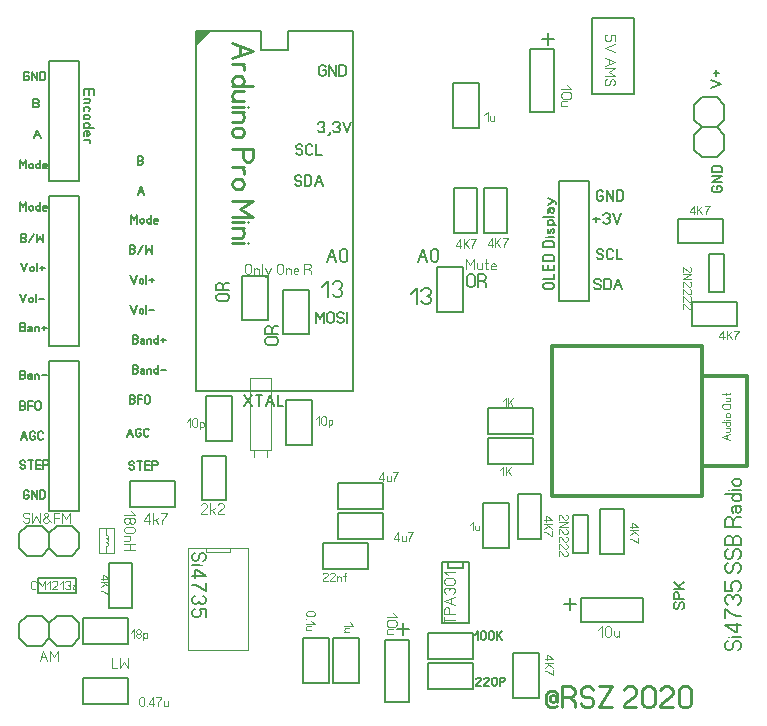
<source format=gbr>
%FSLAX34Y34*%
%MOMM*%
%LNSILK_TOP*%
G71*
G01*
%ADD10C,0.150*%
%ADD11C,0.200*%
%ADD12C,0.222*%
%ADD13C,0.206*%
%ADD14C,0.159*%
%ADD15C,0.127*%
%ADD16C,0.089*%
%ADD17C,0.300*%
%ADD18C,0.111*%
%ADD19C,0.167*%
%ADD20C,0.000*%
%ADD21C,0.133*%
%ADD22C,0.100*%
%LPD*%
G54D10*
X457200Y558800D02*
X482600Y558800D01*
X482600Y457200D01*
X457200Y457200D01*
X457200Y558800D01*
G54D10*
X54000Y116000D02*
X54000Y138000D01*
X92000Y138000D01*
X92000Y116000D01*
X54000Y116000D01*
G54D10*
X54000Y166800D02*
X54000Y188800D01*
X92000Y188800D01*
X92000Y166800D01*
X54000Y166800D01*
G54D10*
X158300Y376800D02*
X180300Y376800D01*
X180300Y338800D01*
X158300Y338800D01*
X158300Y376800D01*
G54D10*
X225600Y373100D02*
X247600Y373100D01*
X247600Y335100D01*
X225600Y335100D01*
X225600Y373100D01*
G54D10*
X269900Y281100D02*
X269900Y303100D01*
X307900Y303100D01*
X307900Y281100D01*
X269900Y281100D01*
G54D10*
X269900Y255700D02*
X269900Y277700D01*
X307900Y277700D01*
X307900Y255700D01*
X269900Y255700D01*
G54D10*
X257200Y230300D02*
X257200Y252300D01*
X295200Y252300D01*
X295200Y230300D01*
X257200Y230300D01*
G54D10*
X239800Y171400D02*
X261800Y171400D01*
X261800Y133400D01*
X239800Y133400D01*
X239800Y171400D01*
G54D10*
X265200Y171400D02*
X287200Y171400D01*
X287200Y133400D01*
X265200Y133400D01*
X265200Y171400D01*
G54D10*
X346100Y128700D02*
X346100Y150700D01*
X384100Y150700D01*
X384100Y128700D01*
X346100Y128700D01*
G54D10*
X346100Y154100D02*
X346100Y176100D01*
X384100Y176100D01*
X384100Y154100D01*
X346100Y154100D01*
G54D10*
X417600Y158700D02*
X439600Y158700D01*
X439600Y120700D01*
X417600Y120700D01*
X417600Y158700D01*
G54D10*
X392200Y285700D02*
X414200Y285700D01*
X414200Y247700D01*
X392200Y247700D01*
X392200Y285700D01*
G54D10*
X366800Y641300D02*
X388800Y641300D01*
X388800Y603300D01*
X366800Y603300D01*
X366800Y641300D01*
G54D11*
X596900Y616700D02*
X596900Y623100D01*
X590600Y629400D01*
X577800Y629400D01*
X571500Y623100D01*
X571500Y610300D01*
X577800Y604000D01*
X590600Y604000D01*
X596900Y610300D01*
X596900Y616700D01*
G54D11*
X596900Y591300D02*
X596900Y597700D01*
X590600Y604000D01*
X577800Y604000D01*
X571500Y597700D01*
X571500Y584900D01*
X577800Y578600D01*
X590600Y578600D01*
X596900Y584900D01*
X596900Y591300D01*
G54D11*
X38100Y165100D02*
X44500Y165100D01*
X50800Y171400D01*
X50800Y184200D01*
X44500Y190500D01*
X31700Y190500D01*
X25400Y184200D01*
X25400Y171400D01*
X31700Y165100D01*
X38100Y165100D01*
G54D11*
X12700Y165100D02*
X19100Y165100D01*
X25400Y171400D01*
X25400Y184200D01*
X19100Y190500D01*
X6300Y190500D01*
X0Y184200D01*
X0Y171400D01*
X6300Y165100D01*
X12700Y165100D01*
G54D11*
X38100Y241300D02*
X44500Y241300D01*
X50800Y247600D01*
X50800Y260400D01*
X44500Y266700D01*
X31700Y266700D01*
X25400Y260400D01*
X25400Y247600D01*
X31700Y241300D01*
X38100Y241300D01*
G54D11*
X12700Y241300D02*
X19100Y241300D01*
X25400Y247600D01*
X25400Y260400D01*
X19100Y266700D01*
X6300Y266700D01*
X0Y260400D01*
X0Y247600D01*
X6300Y241300D01*
X12700Y241300D01*
G54D10*
X380900Y235600D02*
X357900Y235600D01*
X357900Y184500D01*
X380900Y184500D01*
X380900Y235600D01*
G54D10*
X375900Y235600D02*
X362900Y235600D01*
X362900Y230600D01*
X375900Y230600D01*
X375900Y235600D01*
G54D10*
X154800Y326100D02*
X174800Y326100D01*
X174800Y288100D01*
X154800Y288100D01*
X154800Y326100D01*
G54D12*
X180324Y675702D02*
X198102Y669036D01*
X180324Y662369D01*
G54D12*
X186991Y673036D02*
X186991Y665036D01*
G54D12*
X180324Y657480D02*
X190324Y657480D01*
G54D12*
X188102Y657480D02*
X190324Y654814D01*
X190324Y652147D01*
G54D12*
X180324Y639258D02*
X198102Y639258D01*
G54D12*
X187435Y639258D02*
X189657Y640592D01*
X190324Y643258D01*
X189657Y645925D01*
X187435Y647258D01*
X182991Y647258D01*
X180768Y645925D01*
X180324Y643258D01*
X180768Y640592D01*
X182991Y639258D01*
G54D12*
X190324Y626370D02*
X180324Y626370D01*
G54D12*
X182546Y626369D02*
X180768Y627703D01*
X180324Y630370D01*
X180768Y633036D01*
X182546Y634370D01*
X190324Y634370D01*
G54D12*
X180324Y621480D02*
X190324Y621480D01*
G54D12*
X193657Y621480D02*
X193657Y621480D01*
G54D12*
X180324Y616592D02*
X190324Y616592D01*
G54D12*
X188102Y616592D02*
X189657Y615258D01*
X190324Y612591D01*
X189657Y609925D01*
X188102Y608592D01*
X180324Y608592D01*
G54D12*
X182991Y595702D02*
X187435Y595702D01*
X189657Y597036D01*
X190324Y599702D01*
X189657Y602369D01*
X187435Y603702D01*
X182991Y603702D01*
X180768Y602369D01*
X180324Y599702D01*
X180768Y597036D01*
X182991Y595702D01*
G54D12*
X180324Y585657D02*
X198102Y585658D01*
X198102Y578991D01*
X196991Y576324D01*
X194768Y574991D01*
X192546Y574991D01*
X190324Y576324D01*
X189213Y578991D01*
X189213Y585658D01*
G54D12*
X180324Y570101D02*
X190324Y570102D01*
G54D12*
X188102Y570101D02*
X190324Y567435D01*
X190324Y564768D01*
G54D12*
X182991Y551880D02*
X187435Y551880D01*
X189657Y553213D01*
X190324Y555880D01*
X189657Y558546D01*
X187435Y559879D01*
X182991Y559879D01*
X180768Y558546D01*
X180324Y555880D01*
X180768Y553213D01*
X182991Y551880D01*
G54D12*
X180324Y541834D02*
X198102Y541834D01*
X186991Y535168D01*
X198102Y528501D01*
X180324Y528501D01*
G54D12*
X180324Y523612D02*
X190324Y523612D01*
G54D12*
X193657Y523612D02*
X193657Y523612D01*
G54D12*
X180324Y518724D02*
X190324Y518724D01*
G54D12*
X188102Y518724D02*
X189657Y517390D01*
X190324Y514724D01*
X189657Y512057D01*
X188102Y510724D01*
X180324Y510724D01*
G54D12*
X180324Y505834D02*
X190324Y505834D01*
G54D12*
X193657Y505834D02*
X193657Y505834D01*
G54D10*
X367800Y552400D02*
X387800Y552400D01*
X387800Y514400D01*
X367800Y514400D01*
X367800Y552400D01*
G54D10*
X393200Y552400D02*
X413200Y552400D01*
X413200Y514400D01*
X393200Y514400D01*
X393200Y552400D01*
G54D13*
X148295Y244016D02*
X146851Y243149D01*
X146128Y241416D01*
X146128Y239683D01*
X146851Y237949D01*
X148295Y237083D01*
X149739Y237083D01*
X151184Y237949D01*
X151906Y239683D01*
X151906Y241416D01*
X152628Y243149D01*
X154073Y244016D01*
X155517Y244016D01*
X156962Y243149D01*
X157684Y241416D01*
X157684Y239683D01*
X156962Y237950D01*
X155517Y237083D01*
G54D13*
X146128Y233039D02*
X152628Y233039D01*
G54D13*
X154795Y233039D02*
X154795Y233039D01*
G54D13*
X146128Y223795D02*
X157684Y223795D01*
X150462Y228995D01*
X149017Y228995D01*
X149017Y222062D01*
G54D13*
X157684Y218018D02*
X157684Y211085D01*
X156239Y211951D01*
X154073Y213685D01*
X151184Y215418D01*
X149017Y216285D01*
X146128Y216285D01*
G54D13*
X155517Y207041D02*
X156962Y206174D01*
X157684Y204441D01*
X157684Y202708D01*
X156962Y200974D01*
X155517Y200108D01*
X154073Y200108D01*
X152628Y200974D01*
X151906Y202708D01*
X151184Y200974D01*
X149739Y200108D01*
X148295Y200108D01*
X146851Y200974D01*
X146128Y202708D01*
X146128Y204441D01*
X146851Y206174D01*
X148295Y207041D01*
G54D13*
X157684Y189131D02*
X157684Y196064D01*
X152628Y196064D01*
X152628Y195197D01*
X153351Y193464D01*
X153351Y191731D01*
X152628Y189997D01*
X151184Y189131D01*
X148295Y189131D01*
X146851Y189997D01*
X146128Y191731D01*
X146128Y193464D01*
X146851Y195197D01*
X148295Y196064D01*
G54D14*
X54437Y631410D02*
X54437Y636077D01*
X63326Y636077D01*
X63326Y631410D01*
G54D14*
X58881Y636077D02*
X58881Y631410D01*
G54D14*
X54437Y628299D02*
X59437Y628299D01*
G54D14*
X58326Y628299D02*
X59103Y627632D01*
X59437Y626299D01*
X59103Y624965D01*
X58326Y624299D01*
X54437Y624299D01*
G54D14*
X59103Y617854D02*
X59437Y619188D01*
X59103Y620521D01*
X57992Y621188D01*
X55770Y621188D01*
X54659Y620521D01*
X54437Y619188D01*
X54659Y617854D01*
G54D14*
X55770Y610744D02*
X57992Y610744D01*
X59103Y611410D01*
X59437Y612744D01*
X59103Y614077D01*
X57992Y614744D01*
X55770Y614744D01*
X54659Y614077D01*
X54437Y612744D01*
X54659Y611410D01*
X55770Y610744D01*
G54D14*
X54437Y603633D02*
X63326Y603633D01*
G54D14*
X57992Y603633D02*
X59103Y604300D01*
X59437Y605633D01*
X59103Y606966D01*
X57992Y607633D01*
X55770Y607633D01*
X54659Y606966D01*
X54437Y605633D01*
X54659Y604300D01*
X55770Y603633D01*
G54D14*
X54992Y596522D02*
X54437Y597588D01*
X54437Y598922D01*
X54992Y600255D01*
X56103Y600522D01*
X57992Y600522D01*
X59103Y599855D01*
X59437Y598522D01*
X59103Y597188D01*
X58326Y596522D01*
X57215Y596522D01*
X57215Y600522D01*
G54D14*
X54437Y593411D02*
X59437Y593411D01*
G54D14*
X58326Y593411D02*
X59437Y592078D01*
X59437Y590744D01*
G54D15*
X99966Y572278D02*
X99966Y579389D01*
X102633Y579389D01*
X103700Y578945D01*
X104233Y578056D01*
X104233Y577167D01*
X103700Y576278D01*
X102633Y575834D01*
X103700Y575389D01*
X104233Y574500D01*
X104233Y573611D01*
X103700Y572722D01*
X102633Y572278D01*
X99966Y572278D01*
G54D15*
X99966Y575834D02*
X102633Y575834D01*
G54D15*
X100234Y546878D02*
X102900Y553989D01*
X105567Y546878D01*
G54D15*
X101300Y549545D02*
X104500Y549545D01*
G54D15*
X94500Y522478D02*
X94500Y529589D01*
X97166Y525145D01*
X99833Y529589D01*
X99833Y522478D01*
G54D15*
X105522Y523545D02*
X105522Y525322D01*
X104988Y526211D01*
X103922Y526478D01*
X102855Y526211D01*
X102322Y525322D01*
X102322Y523545D01*
X102855Y522656D01*
X103922Y522478D01*
X104988Y522656D01*
X105522Y523545D01*
G54D15*
X111210Y522478D02*
X111210Y529589D01*
G54D15*
X111210Y525322D02*
X110677Y526211D01*
X109610Y526478D01*
X108544Y526211D01*
X108010Y525322D01*
X108010Y523545D01*
X108544Y522656D01*
X109610Y522478D01*
X110677Y522656D01*
X111210Y523545D01*
G54D15*
X116900Y522922D02*
X116046Y522478D01*
X114980Y522478D01*
X113913Y522922D01*
X113700Y523811D01*
X113700Y525322D01*
X114233Y526211D01*
X115300Y526478D01*
X116366Y526211D01*
X116900Y525589D01*
X116900Y524700D01*
X113700Y524700D01*
G54D15*
X93610Y497078D02*
X93610Y504189D01*
X96277Y504189D01*
X97344Y503745D01*
X97877Y502856D01*
X97877Y501967D01*
X97344Y501078D01*
X96277Y500634D01*
X97344Y500189D01*
X97877Y499300D01*
X97877Y498411D01*
X97344Y497522D01*
X96277Y497078D01*
X93610Y497078D01*
G54D15*
X93610Y500634D02*
X96277Y500634D01*
G54D15*
X100366Y497078D02*
X104633Y504189D01*
G54D15*
X107122Y504189D02*
X107122Y497078D01*
X109789Y501522D01*
X112456Y497078D01*
X112456Y504189D01*
G54D15*
X93955Y478789D02*
X96622Y471678D01*
X99288Y478789D01*
G54D15*
X104977Y472745D02*
X104977Y474522D01*
X104444Y475411D01*
X103377Y475678D01*
X102310Y475411D01*
X101777Y474522D01*
X101777Y472745D01*
X102310Y471856D01*
X103377Y471678D01*
X104444Y471856D01*
X104977Y472745D01*
G54D15*
X107466Y471678D02*
X107466Y478789D01*
G54D15*
X109955Y474789D02*
X114222Y474789D01*
G54D15*
X112088Y476567D02*
X112088Y473011D01*
G54D15*
X93955Y453389D02*
X96622Y446278D01*
X99288Y453389D01*
G54D15*
X104977Y447345D02*
X104977Y449122D01*
X104444Y450011D01*
X103377Y450278D01*
X102310Y450011D01*
X101777Y449122D01*
X101777Y447345D01*
X102310Y446456D01*
X103377Y446278D01*
X104444Y446456D01*
X104977Y447345D01*
G54D15*
X107466Y446278D02*
X107466Y453389D01*
G54D15*
X109955Y449389D02*
X114222Y449389D01*
G54D15*
X95900Y420878D02*
X95900Y427989D01*
X98567Y427989D01*
X99633Y427545D01*
X100167Y426656D01*
X100167Y425767D01*
X99633Y424878D01*
X98567Y424434D01*
X99633Y423989D01*
X100167Y423100D01*
X100167Y422211D01*
X99633Y421322D01*
X98567Y420878D01*
X95900Y420878D01*
G54D15*
X95900Y424434D02*
X98567Y424434D01*
G54D15*
X102656Y424434D02*
X103723Y424878D01*
X105003Y424878D01*
X105856Y423989D01*
X105856Y420878D01*
G54D15*
X105856Y422211D02*
X105323Y423100D01*
X104256Y423278D01*
X103189Y423100D01*
X102656Y422211D01*
X102869Y421322D01*
X103723Y420878D01*
X104256Y420878D01*
X104469Y420878D01*
X105323Y421322D01*
X105856Y422211D01*
G54D15*
X108345Y420878D02*
X108345Y424878D01*
G54D15*
X108345Y423989D02*
X108878Y424611D01*
X109945Y424878D01*
X111012Y424611D01*
X111545Y423989D01*
X111545Y420878D01*
G54D15*
X117234Y420878D02*
X117234Y427989D01*
G54D15*
X117234Y423722D02*
X116701Y424611D01*
X115634Y424878D01*
X114567Y424611D01*
X114034Y423722D01*
X114034Y421945D01*
X114567Y421056D01*
X115634Y420878D01*
X116701Y421056D01*
X117234Y421945D01*
G54D15*
X119723Y423989D02*
X123990Y423989D01*
G54D15*
X121856Y425767D02*
X121856Y422211D01*
G54D15*
X95900Y395478D02*
X95900Y402589D01*
X98567Y402589D01*
X99633Y402145D01*
X100167Y401256D01*
X100167Y400367D01*
X99633Y399478D01*
X98567Y399034D01*
X99633Y398589D01*
X100167Y397700D01*
X100167Y396811D01*
X99633Y395922D01*
X98567Y395478D01*
X95900Y395478D01*
G54D15*
X95900Y399034D02*
X98567Y399034D01*
G54D15*
X102656Y399034D02*
X103723Y399478D01*
X105003Y399478D01*
X105856Y398589D01*
X105856Y395478D01*
G54D15*
X105856Y396811D02*
X105323Y397700D01*
X104256Y397878D01*
X103189Y397700D01*
X102656Y396811D01*
X102869Y395922D01*
X103723Y395478D01*
X104256Y395478D01*
X104469Y395478D01*
X105323Y395922D01*
X105856Y396811D01*
G54D15*
X108345Y395478D02*
X108345Y399478D01*
G54D15*
X108345Y398589D02*
X108878Y399211D01*
X109945Y399478D01*
X111012Y399211D01*
X111545Y398589D01*
X111545Y395478D01*
G54D15*
X117234Y395478D02*
X117234Y402589D01*
G54D15*
X117234Y398322D02*
X116701Y399211D01*
X115634Y399478D01*
X114567Y399211D01*
X114034Y398322D01*
X114034Y396545D01*
X114567Y395656D01*
X115634Y395478D01*
X116701Y395656D01*
X117234Y396545D01*
G54D15*
X119723Y398589D02*
X123990Y398589D01*
G54D15*
X93210Y370078D02*
X93210Y377189D01*
X95877Y377189D01*
X96944Y376745D01*
X97477Y375856D01*
X97477Y374967D01*
X96944Y374078D01*
X95877Y373634D01*
X96944Y373189D01*
X97477Y372300D01*
X97477Y371411D01*
X96944Y370522D01*
X95877Y370078D01*
X93210Y370078D01*
G54D15*
X93210Y373634D02*
X95877Y373634D01*
G54D15*
X99966Y370078D02*
X99966Y377189D01*
X103700Y377189D01*
G54D15*
X99966Y373634D02*
X103700Y373634D01*
G54D15*
X110455Y375856D02*
X110455Y371411D01*
X109922Y370522D01*
X108855Y370078D01*
X107788Y370078D01*
X106722Y370522D01*
X106188Y371411D01*
X106188Y375856D01*
X106722Y376745D01*
X107788Y377189D01*
X108855Y377189D01*
X109922Y376745D01*
X110455Y375856D01*
G54D15*
X92899Y315611D02*
X93432Y314722D01*
X94499Y314278D01*
X95566Y314278D01*
X96632Y314722D01*
X97166Y315611D01*
X97166Y316500D01*
X96632Y317389D01*
X95566Y317834D01*
X94499Y317834D01*
X93432Y318278D01*
X92899Y319167D01*
X92899Y320056D01*
X93432Y320945D01*
X94499Y321389D01*
X95566Y321389D01*
X96632Y320945D01*
X97166Y320056D01*
G54D15*
X101788Y314278D02*
X101788Y321389D01*
G54D15*
X99655Y321389D02*
X103922Y321389D01*
G54D15*
X110144Y314278D02*
X106411Y314278D01*
X106411Y321389D01*
X110144Y321389D01*
G54D15*
X106411Y317834D02*
X110144Y317834D01*
G54D15*
X112633Y314278D02*
X112633Y321389D01*
X115300Y321389D01*
X116366Y320945D01*
X116900Y320056D01*
X116900Y319167D01*
X116366Y318278D01*
X115300Y317834D01*
X112633Y317834D01*
G54D15*
X90901Y341878D02*
X93568Y348989D01*
X96234Y341878D01*
G54D15*
X91968Y344545D02*
X95168Y344545D01*
G54D15*
X100856Y345434D02*
X102990Y345434D01*
X102990Y343211D01*
X102456Y342322D01*
X101390Y341878D01*
X100323Y341878D01*
X99256Y342322D01*
X98723Y343211D01*
X98723Y347656D01*
X99256Y348545D01*
X100323Y348989D01*
X101390Y348989D01*
X102456Y348545D01*
X102990Y347656D01*
G54D15*
X109746Y343211D02*
X109212Y342322D01*
X108146Y341878D01*
X107079Y341878D01*
X106012Y342322D01*
X105479Y343211D01*
X105479Y347656D01*
X106012Y348545D01*
X107079Y348989D01*
X108146Y348989D01*
X109212Y348545D01*
X109746Y347656D01*
G54D10*
X25400Y660400D02*
X50800Y660400D01*
X50800Y558800D01*
X25400Y558800D01*
X25400Y660400D01*
G54D14*
X234300Y582567D02*
X234967Y581456D01*
X236300Y580900D01*
X237633Y580900D01*
X238967Y581456D01*
X239633Y582567D01*
X239633Y583678D01*
X238967Y584789D01*
X237633Y585344D01*
X236300Y585344D01*
X234967Y585900D01*
X234300Y587011D01*
X234300Y588122D01*
X234967Y589233D01*
X236300Y589789D01*
X237633Y589789D01*
X238967Y589233D01*
X239633Y588122D01*
G54D14*
X248077Y582567D02*
X247411Y581456D01*
X246077Y580900D01*
X244744Y580900D01*
X243411Y581456D01*
X242744Y582567D01*
X242744Y588122D01*
X243411Y589233D01*
X244744Y589789D01*
X246077Y589789D01*
X247411Y589233D01*
X248077Y588122D01*
G54D14*
X251188Y589789D02*
X251188Y580900D01*
X255855Y580900D01*
G54D14*
X233300Y556067D02*
X233967Y554956D01*
X235300Y554400D01*
X236633Y554400D01*
X237967Y554956D01*
X238633Y556067D01*
X238633Y557178D01*
X237967Y558289D01*
X236633Y558844D01*
X235300Y558844D01*
X233967Y559400D01*
X233300Y560511D01*
X233300Y561622D01*
X233967Y562733D01*
X235300Y563289D01*
X236633Y563289D01*
X237967Y562733D01*
X238633Y561622D01*
G54D14*
X241744Y554400D02*
X241744Y563289D01*
X245077Y563289D01*
X246411Y562733D01*
X247077Y561622D01*
X247077Y556067D01*
X246411Y554956D01*
X245077Y554400D01*
X241744Y554400D01*
G54D14*
X250188Y554400D02*
X253521Y563289D01*
X256855Y554400D01*
G54D14*
X251521Y557733D02*
X255521Y557733D01*
G54D14*
X251000Y438500D02*
X251000Y447389D01*
X254333Y441833D01*
X257667Y447389D01*
X257667Y438500D01*
G54D14*
X266111Y445722D02*
X266111Y440167D01*
X265445Y439056D01*
X264111Y438500D01*
X262778Y438500D01*
X261445Y439056D01*
X260778Y440167D01*
X260778Y445722D01*
X261445Y446833D01*
X262778Y447389D01*
X264111Y447389D01*
X265445Y446833D01*
X266111Y445722D01*
G54D14*
X269222Y440167D02*
X269889Y439056D01*
X271222Y438500D01*
X272555Y438500D01*
X273889Y439056D01*
X274555Y440167D01*
X274555Y441278D01*
X273889Y442389D01*
X272555Y442944D01*
X271222Y442944D01*
X269889Y443500D01*
X269222Y444611D01*
X269222Y445722D01*
X269889Y446833D01*
X271222Y447389D01*
X272555Y447389D01*
X273889Y446833D01*
X274555Y445722D01*
G54D14*
X277666Y438500D02*
X277666Y447389D01*
G54D14*
X256667Y652144D02*
X259333Y652144D01*
X259333Y649367D01*
X258667Y648256D01*
X257333Y647700D01*
X256000Y647700D01*
X254667Y648256D01*
X254000Y649367D01*
X254000Y654922D01*
X254667Y656033D01*
X256000Y656589D01*
X257333Y656589D01*
X258667Y656033D01*
X259333Y654922D01*
G54D14*
X262444Y647700D02*
X262444Y656589D01*
X267777Y647700D01*
X267777Y656589D01*
G54D14*
X270888Y647700D02*
X270888Y656589D01*
X274221Y656589D01*
X275555Y656033D01*
X276221Y654922D01*
X276221Y649367D01*
X275555Y648256D01*
X274221Y647700D01*
X270888Y647700D01*
G54D14*
X252800Y607122D02*
X253467Y608233D01*
X254800Y608789D01*
X256133Y608789D01*
X257467Y608233D01*
X258133Y607122D01*
X258133Y606011D01*
X257467Y604900D01*
X256133Y604344D01*
X257467Y603789D01*
X258133Y602678D01*
X258133Y601567D01*
X257467Y600456D01*
X256133Y599900D01*
X254800Y599900D01*
X253467Y600456D01*
X252800Y601567D01*
G54D14*
X262577Y599900D02*
X262577Y598789D01*
X261911Y597678D01*
X261244Y597678D01*
G54D14*
X265688Y607122D02*
X266355Y608233D01*
X267688Y608789D01*
X269021Y608789D01*
X270355Y608233D01*
X271021Y607122D01*
X271021Y606011D01*
X270355Y604900D01*
X269021Y604344D01*
X270355Y603789D01*
X271021Y602678D01*
X271021Y601567D01*
X270355Y600456D01*
X269021Y599900D01*
X267688Y599900D01*
X266355Y600456D01*
X265688Y601567D01*
G54D14*
X274132Y608789D02*
X277465Y599900D01*
X280799Y608789D01*
G54D14*
X585111Y637667D02*
X594000Y641000D01*
X585111Y644333D01*
G54D14*
X590111Y647445D02*
X590111Y652778D01*
G54D14*
X587889Y650111D02*
X592333Y650111D01*
G54D14*
X590489Y551712D02*
X590489Y554378D01*
X593267Y554378D01*
X594378Y553712D01*
X594934Y552378D01*
X594934Y551045D01*
X594378Y549712D01*
X593267Y549045D01*
X587711Y549045D01*
X586600Y549712D01*
X586045Y551045D01*
X586045Y552378D01*
X586600Y553712D01*
X587711Y554378D01*
G54D14*
X594934Y557489D02*
X586045Y557489D01*
X594934Y562822D01*
X586045Y562822D01*
G54D14*
X594934Y565933D02*
X586045Y565933D01*
X586045Y569266D01*
X586600Y570600D01*
X587711Y571266D01*
X593267Y571266D01*
X594378Y570600D01*
X594934Y569266D01*
X594934Y565933D01*
G54D14*
X491467Y546244D02*
X494133Y546244D01*
X494133Y543467D01*
X493467Y542356D01*
X492133Y541800D01*
X490800Y541800D01*
X489467Y542356D01*
X488800Y543467D01*
X488800Y549022D01*
X489467Y550133D01*
X490800Y550689D01*
X492133Y550689D01*
X493467Y550133D01*
X494133Y549022D01*
G54D14*
X497244Y541800D02*
X497244Y550689D01*
X502577Y541800D01*
X502577Y550689D01*
G54D14*
X505688Y541800D02*
X505688Y550689D01*
X509021Y550689D01*
X510355Y550133D01*
X511021Y549022D01*
X511021Y543467D01*
X510355Y542356D01*
X509021Y541800D01*
X505688Y541800D01*
G54D14*
X485800Y526289D02*
X491133Y526289D01*
G54D14*
X488467Y528511D02*
X488467Y524067D01*
G54D14*
X494244Y529622D02*
X494911Y530733D01*
X496244Y531289D01*
X497577Y531289D01*
X498911Y530733D01*
X499577Y529622D01*
X499577Y528511D01*
X498911Y527400D01*
X497577Y526844D01*
X498911Y526289D01*
X499577Y525178D01*
X499577Y524067D01*
X498911Y522956D01*
X497577Y522400D01*
X496244Y522400D01*
X494911Y522956D01*
X494244Y524067D01*
G54D14*
X502688Y531289D02*
X506021Y522400D01*
X509355Y531289D01*
G54D14*
X488800Y493967D02*
X489467Y492856D01*
X490800Y492300D01*
X492133Y492300D01*
X493467Y492856D01*
X494133Y493967D01*
X494133Y495078D01*
X493467Y496189D01*
X492133Y496744D01*
X490800Y496744D01*
X489467Y497300D01*
X488800Y498411D01*
X488800Y499522D01*
X489467Y500633D01*
X490800Y501189D01*
X492133Y501189D01*
X493467Y500633D01*
X494133Y499522D01*
G54D14*
X502577Y493967D02*
X501911Y492856D01*
X500577Y492300D01*
X499244Y492300D01*
X497911Y492856D01*
X497244Y493967D01*
X497244Y499522D01*
X497911Y500633D01*
X499244Y501189D01*
X500577Y501189D01*
X501911Y500633D01*
X502577Y499522D01*
G54D14*
X505688Y501189D02*
X505688Y492300D01*
X510355Y492300D01*
G54D14*
X486800Y468567D02*
X487467Y467456D01*
X488800Y466900D01*
X490133Y466900D01*
X491467Y467456D01*
X492133Y468567D01*
X492133Y469678D01*
X491467Y470789D01*
X490133Y471344D01*
X488800Y471344D01*
X487467Y471900D01*
X486800Y473011D01*
X486800Y474122D01*
X487467Y475233D01*
X488800Y475789D01*
X490133Y475789D01*
X491467Y475233D01*
X492133Y474122D01*
G54D14*
X495244Y466900D02*
X495244Y475789D01*
X498577Y475789D01*
X499911Y475233D01*
X500577Y474122D01*
X500577Y468567D01*
X499911Y467456D01*
X498577Y466900D01*
X495244Y466900D01*
G54D14*
X503688Y466900D02*
X507021Y475789D01*
X510355Y466900D01*
G54D14*
X505021Y470233D02*
X509021Y470233D01*
G54D14*
X561262Y196497D02*
X562373Y197163D01*
X562928Y198497D01*
X562928Y199830D01*
X562373Y201163D01*
X561262Y201830D01*
X560151Y201830D01*
X559040Y201163D01*
X558484Y199830D01*
X558484Y198497D01*
X557929Y197163D01*
X556817Y196497D01*
X555706Y196497D01*
X554595Y197163D01*
X554040Y198497D01*
X554040Y199830D01*
X554595Y201163D01*
X555706Y201830D01*
G54D14*
X562928Y204941D02*
X554040Y204941D01*
X554040Y208274D01*
X554595Y209607D01*
X555706Y210274D01*
X556817Y210274D01*
X557929Y209607D01*
X558484Y208274D01*
X558484Y204941D01*
G54D14*
X562928Y213385D02*
X554040Y213385D01*
G54D14*
X560151Y213385D02*
X554040Y218718D01*
G54D14*
X558484Y215385D02*
X562928Y218718D01*
G54D14*
X445078Y472233D02*
X450633Y472233D01*
X451744Y471567D01*
X452300Y470233D01*
X452300Y468900D01*
X451744Y467567D01*
X450633Y466900D01*
X445078Y466900D01*
X443967Y467567D01*
X443411Y468900D01*
X443411Y470233D01*
X443967Y471567D01*
X445078Y472233D01*
G54D14*
X443411Y475344D02*
X452300Y475344D01*
X452300Y480011D01*
G54D14*
X452300Y487789D02*
X452300Y483122D01*
X443411Y483122D01*
X443411Y487789D01*
G54D14*
X447856Y483122D02*
X447856Y487789D01*
G54D14*
X452300Y490900D02*
X443411Y490900D01*
X443411Y494233D01*
X443967Y495567D01*
X445078Y496233D01*
X450633Y496233D01*
X451744Y495567D01*
X452300Y494233D01*
X452300Y490900D01*
G54D14*
X452300Y502588D02*
X443411Y502588D01*
X443411Y505921D01*
X443967Y507255D01*
X445078Y507921D01*
X450633Y507921D01*
X451744Y507255D01*
X452300Y505921D01*
X452300Y502588D01*
G54D14*
X452300Y511032D02*
X447300Y511032D01*
G54D14*
X445633Y511032D02*
X445633Y511032D01*
G54D14*
X451744Y514143D02*
X452300Y515476D01*
X452300Y516810D01*
X451744Y518143D01*
X450633Y518143D01*
X450078Y517476D01*
X449522Y514810D01*
X448967Y514143D01*
X447856Y514143D01*
X447300Y515476D01*
X447300Y516810D01*
X447856Y518143D01*
G54D14*
X447300Y521254D02*
X454522Y521254D01*
G54D14*
X450633Y521254D02*
X452078Y521921D01*
X452300Y523254D01*
X452078Y524587D01*
X450967Y525254D01*
X448744Y525254D01*
X447633Y524587D01*
X447300Y523254D01*
X447633Y521921D01*
X448967Y521254D01*
G54D14*
X452300Y528365D02*
X443411Y528365D01*
G54D14*
X447856Y531476D02*
X447300Y532809D01*
X447300Y534409D01*
X448411Y535476D01*
X452300Y535476D01*
G54D14*
X450633Y535476D02*
X449522Y534809D01*
X449300Y533476D01*
X449522Y532143D01*
X450633Y531476D01*
X451744Y531743D01*
X452300Y532809D01*
X452300Y533476D01*
X452300Y533743D01*
X451744Y534809D01*
X450633Y535476D01*
G54D14*
X447300Y538587D02*
X452300Y541254D01*
X447300Y543920D01*
G54D14*
X452300Y541254D02*
X453967Y540587D01*
X454522Y539920D01*
X454522Y539254D01*
G54D14*
X190500Y377189D02*
X197167Y368300D01*
G54D14*
X190500Y368300D02*
X197167Y377189D01*
G54D14*
X202945Y368300D02*
X202945Y377189D01*
G54D14*
X200278Y377189D02*
X205611Y377189D01*
G54D14*
X208722Y368300D02*
X212055Y377189D01*
X215389Y368300D01*
G54D14*
X210055Y371633D02*
X214055Y371633D01*
G54D14*
X218500Y377189D02*
X218500Y368300D01*
X223167Y368300D01*
G54D15*
X390767Y131000D02*
X386500Y131000D01*
X386500Y131444D01*
X387033Y132333D01*
X390233Y135000D01*
X390767Y135889D01*
X390767Y136778D01*
X390233Y137667D01*
X389167Y138111D01*
X388100Y138111D01*
X387033Y137667D01*
X386500Y136778D01*
G54D15*
X397523Y131000D02*
X393256Y131000D01*
X393256Y131444D01*
X393789Y132333D01*
X396989Y135000D01*
X397523Y135889D01*
X397523Y136778D01*
X396989Y137667D01*
X395923Y138111D01*
X394856Y138111D01*
X393789Y137667D01*
X393256Y136778D01*
G54D15*
X404279Y136778D02*
X404279Y132333D01*
X403745Y131444D01*
X402679Y131000D01*
X401612Y131000D01*
X400545Y131444D01*
X400012Y132333D01*
X400012Y136778D01*
X400545Y137667D01*
X401612Y138111D01*
X402679Y138111D01*
X403745Y137667D01*
X404279Y136778D01*
G54D15*
X406768Y131000D02*
X406768Y138111D01*
X409435Y138111D01*
X410501Y137667D01*
X411035Y136778D01*
X411035Y135889D01*
X410501Y135000D01*
X409435Y134556D01*
X406768Y134556D01*
G54D15*
X385500Y174544D02*
X388167Y177211D01*
X388167Y170100D01*
G54D15*
X394923Y175878D02*
X394923Y171433D01*
X394389Y170544D01*
X393323Y170100D01*
X392256Y170100D01*
X391189Y170544D01*
X390656Y171433D01*
X390656Y175878D01*
X391189Y176767D01*
X392256Y177211D01*
X393323Y177211D01*
X394389Y176767D01*
X394923Y175878D01*
G54D15*
X401679Y175878D02*
X401679Y171433D01*
X401145Y170544D01*
X400079Y170100D01*
X399012Y170100D01*
X397945Y170544D01*
X397412Y171433D01*
X397412Y175878D01*
X397945Y176767D01*
X399012Y177211D01*
X400079Y177211D01*
X401145Y176767D01*
X401679Y175878D01*
G54D15*
X404168Y170100D02*
X404168Y177211D01*
G54D15*
X404168Y172322D02*
X408435Y177211D01*
G54D15*
X405768Y173656D02*
X408435Y170100D01*
G54D10*
X396900Y344600D02*
X396900Y366600D01*
X434900Y366600D01*
X434900Y344600D01*
X396900Y344600D01*
G54D10*
X396900Y319200D02*
X396900Y341200D01*
X434900Y341200D01*
X434900Y319200D01*
X396900Y319200D01*
G54D16*
X409000Y372044D02*
X411667Y374711D01*
X411667Y367600D01*
G54D16*
X413623Y367600D02*
X413623Y374711D01*
G54D16*
X413623Y369822D02*
X417890Y374711D01*
G54D16*
X415223Y371156D02*
X417890Y367600D01*
G54D16*
X407000Y313944D02*
X409667Y316611D01*
X409667Y309500D01*
G54D16*
X411623Y309500D02*
X411623Y316611D01*
G54D16*
X411623Y311722D02*
X415890Y316611D01*
G54D16*
X413223Y313056D02*
X415890Y309500D01*
G54D16*
X279521Y184786D02*
X282188Y182120D01*
X275077Y182120D01*
G54D16*
X279077Y176963D02*
X275077Y176963D01*
G54D16*
X275965Y176963D02*
X275254Y177497D01*
X275077Y178563D01*
X275254Y179630D01*
X275965Y180163D01*
X279077Y180163D01*
G54D16*
X444672Y153839D02*
X451783Y153839D01*
X447339Y157039D01*
X446450Y157039D01*
X446450Y152772D01*
G54D16*
X444672Y150816D02*
X451783Y150816D01*
G54D16*
X446895Y150816D02*
X451783Y146549D01*
G54D16*
X448228Y149216D02*
X444672Y146549D01*
G54D16*
X451783Y144593D02*
X451783Y140326D01*
X450895Y140859D01*
X449561Y141926D01*
X447783Y142993D01*
X446450Y143526D01*
X444672Y143526D01*
G54D16*
X393700Y614044D02*
X396367Y616711D01*
X396367Y609600D01*
G54D16*
X401523Y613600D02*
X401523Y609600D01*
G54D16*
X401523Y610489D02*
X400990Y609778D01*
X399923Y609600D01*
X398856Y609778D01*
X398323Y610489D01*
X398323Y613600D01*
G54D16*
X373000Y502100D02*
X373000Y509211D01*
X369800Y504767D01*
X369800Y503878D01*
X374067Y503878D01*
G54D16*
X376023Y502100D02*
X376023Y509211D01*
G54D16*
X376023Y504322D02*
X380290Y509211D01*
G54D16*
X377623Y505656D02*
X380290Y502100D01*
G54D16*
X382246Y509211D02*
X386513Y509211D01*
X385979Y508322D01*
X384913Y506989D01*
X383846Y505211D01*
X383313Y503878D01*
X383313Y502100D01*
G54D16*
X399900Y502800D02*
X399900Y509911D01*
X396700Y505467D01*
X396700Y504578D01*
X400967Y504578D01*
G54D16*
X402923Y502800D02*
X402923Y509911D01*
G54D16*
X402923Y505022D02*
X407190Y509911D01*
G54D16*
X404523Y506356D02*
X407190Y502800D01*
G54D16*
X409146Y509911D02*
X413413Y509911D01*
X412879Y509022D01*
X411813Y507689D01*
X410746Y505911D01*
X410213Y504578D01*
X410213Y502800D01*
G54D16*
X308000Y304800D02*
X308000Y311911D01*
X304800Y307467D01*
X304800Y306578D01*
X309067Y306578D01*
G54D16*
X314223Y308800D02*
X314223Y304800D01*
G54D16*
X314223Y305689D02*
X313690Y304978D01*
X312623Y304800D01*
X311556Y304978D01*
X311023Y305689D01*
X311023Y308800D01*
G54D16*
X316179Y311911D02*
X320446Y311911D01*
X319912Y311022D01*
X318846Y309689D01*
X317779Y307911D01*
X317246Y306578D01*
X317246Y304800D01*
G54D16*
X320700Y254000D02*
X320700Y261111D01*
X317500Y256667D01*
X317500Y255778D01*
X321767Y255778D01*
G54D16*
X326923Y258000D02*
X326923Y254000D01*
G54D16*
X326923Y254889D02*
X326390Y254178D01*
X325323Y254000D01*
X324256Y254178D01*
X323723Y254889D01*
X323723Y258000D01*
G54D16*
X328879Y261111D02*
X333146Y261111D01*
X332612Y260222D01*
X331546Y258889D01*
X330479Y257111D01*
X329946Y255778D01*
X329946Y254000D01*
G54D16*
X260967Y219900D02*
X256700Y219900D01*
X256700Y220344D01*
X257233Y221233D01*
X260433Y223900D01*
X260967Y224789D01*
X260967Y225678D01*
X260433Y226567D01*
X259367Y227011D01*
X258300Y227011D01*
X257233Y226567D01*
X256700Y225678D01*
G54D16*
X267190Y219900D02*
X262923Y219900D01*
X262923Y220344D01*
X263456Y221233D01*
X266656Y223900D01*
X267190Y224789D01*
X267190Y225678D01*
X266656Y226567D01*
X265590Y227011D01*
X264523Y227011D01*
X263456Y226567D01*
X262923Y225678D01*
G54D16*
X269146Y219900D02*
X269146Y223900D01*
G54D16*
X269146Y223011D02*
X269679Y223633D01*
X270746Y223900D01*
X271813Y223633D01*
X272346Y223011D01*
X272346Y219900D01*
G54D16*
X275369Y219900D02*
X275369Y226567D01*
X275902Y227011D01*
X276435Y226744D01*
G54D16*
X274302Y223900D02*
X276435Y223900D01*
G54D16*
X248546Y189955D02*
X244101Y189955D01*
X243212Y190488D01*
X242768Y191555D01*
X242768Y192622D01*
X243212Y193688D01*
X244101Y194222D01*
X248546Y194222D01*
X249435Y193688D01*
X249879Y192622D01*
X249879Y191555D01*
X249435Y190488D01*
X248546Y189955D01*
G54D16*
X242768Y187999D02*
X242768Y187999D01*
G54D16*
X247212Y186043D02*
X249879Y183376D01*
X242768Y183376D01*
G54D16*
X246768Y178220D02*
X242768Y178220D01*
G54D16*
X243657Y178220D02*
X242946Y178753D01*
X242768Y179820D01*
X242946Y180886D01*
X243657Y181420D01*
X246768Y181420D01*
G54D16*
X94100Y176244D02*
X96767Y178911D01*
X96767Y171800D01*
G54D16*
X101390Y175356D02*
X100323Y175356D01*
X99256Y175800D01*
X98723Y176689D01*
X98723Y177578D01*
X99256Y178467D01*
X100323Y178911D01*
X101390Y178911D01*
X102456Y178467D01*
X102990Y177578D01*
X102990Y176689D01*
X102456Y175800D01*
X101390Y175356D01*
X102456Y174911D01*
X102990Y174022D01*
X102990Y173133D01*
X102456Y172244D01*
X101390Y171800D01*
X100323Y171800D01*
X99256Y172244D01*
X98723Y173133D01*
X98723Y174022D01*
X99256Y174911D01*
X100323Y175356D01*
G54D16*
X104946Y175800D02*
X104946Y170022D01*
G54D16*
X104946Y173133D02*
X105479Y171978D01*
X106546Y171800D01*
X107613Y171978D01*
X108146Y172867D01*
X108146Y174644D01*
X107613Y175533D01*
X106546Y175800D01*
X105479Y175533D01*
X104946Y174467D01*
G54D16*
X105867Y120078D02*
X105867Y115633D01*
X105333Y114744D01*
X104267Y114300D01*
X103200Y114300D01*
X102133Y114744D01*
X101600Y115633D01*
X101600Y120078D01*
X102133Y120967D01*
X103200Y121411D01*
X104267Y121411D01*
X105333Y120967D01*
X105867Y120078D01*
G54D16*
X107823Y114300D02*
X107823Y114300D01*
G54D16*
X112979Y114300D02*
X112979Y121411D01*
X109779Y116967D01*
X109779Y116078D01*
X114046Y116078D01*
G54D16*
X116002Y121411D02*
X120269Y121411D01*
X119735Y120522D01*
X118669Y119189D01*
X117602Y117411D01*
X117069Y116078D01*
X117069Y114300D01*
G54D16*
X125425Y118300D02*
X125425Y114300D01*
G54D16*
X125425Y115189D02*
X124892Y114478D01*
X123825Y114300D01*
X122758Y114478D01*
X122225Y115189D01*
X122225Y118300D01*
G54D16*
X381100Y267144D02*
X383767Y269811D01*
X383767Y262700D01*
G54D16*
X388923Y266700D02*
X388923Y262700D01*
G54D16*
X388923Y263589D02*
X388390Y262878D01*
X387323Y262700D01*
X386256Y262878D01*
X385723Y263589D01*
X385723Y266700D01*
G54D16*
X250900Y356744D02*
X253567Y359411D01*
X253567Y352300D01*
G54D16*
X259790Y358078D02*
X259790Y353633D01*
X259256Y352744D01*
X258190Y352300D01*
X257123Y352300D01*
X256056Y352744D01*
X255523Y353633D01*
X255523Y358078D01*
X256056Y358967D01*
X257123Y359411D01*
X258190Y359411D01*
X259256Y358967D01*
X259790Y358078D01*
G54D16*
X261746Y356300D02*
X261746Y350522D01*
G54D16*
X261746Y353633D02*
X262279Y352478D01*
X263346Y352300D01*
X264413Y352478D01*
X264946Y353367D01*
X264946Y355144D01*
X264413Y356033D01*
X263346Y356300D01*
X262279Y356033D01*
X261746Y354967D01*
G54D16*
X141854Y354844D02*
X144521Y357511D01*
X144521Y350400D01*
G54D16*
X150744Y356178D02*
X150744Y351733D01*
X150210Y350844D01*
X149144Y350400D01*
X148077Y350400D01*
X147010Y350844D01*
X146477Y351733D01*
X146477Y356178D01*
X147010Y357067D01*
X148077Y357511D01*
X149144Y357511D01*
X150210Y357067D01*
X150744Y356178D01*
G54D16*
X152700Y354400D02*
X152700Y348622D01*
G54D16*
X152700Y351733D02*
X153233Y350578D01*
X154300Y350400D01*
X155367Y350578D01*
X155900Y351467D01*
X155900Y353244D01*
X155367Y354133D01*
X154300Y354400D01*
X153233Y354133D01*
X152700Y353067D01*
G54D10*
X282600Y685800D02*
X227000Y685800D01*
X227000Y669900D01*
X204800Y669900D01*
X204800Y685800D01*
X149200Y685800D01*
X149200Y381000D01*
X282600Y381000D01*
X282600Y685800D01*
G36*
X149200Y685900D02*
X161900Y685900D01*
X149200Y673100D01*
X149200Y685900D01*
G37*
G54D10*
X25400Y546100D02*
X50800Y546100D01*
X50800Y419100D01*
X25400Y419100D01*
X25400Y546100D01*
G54D10*
X50800Y279400D02*
X25400Y279400D01*
X25400Y406400D01*
X50800Y406400D01*
X50800Y279400D01*
G54D17*
X577800Y292100D02*
X577800Y419100D01*
X450800Y419100D01*
X450800Y292100D01*
X577800Y292100D01*
G54D17*
X577800Y393700D02*
X615900Y393700D01*
X615900Y317500D01*
X577800Y317500D01*
G54D10*
X309139Y170107D02*
X329539Y170107D01*
X329539Y117307D01*
X309139Y117307D01*
X309139Y170107D01*
G54D10*
X324439Y184107D02*
X324439Y173907D01*
G54D10*
X329539Y179007D02*
X319339Y179007D01*
G54D18*
X316449Y192491D02*
X319782Y189158D01*
X310893Y189158D01*
G54D18*
X318116Y181381D02*
X312560Y181381D01*
X311449Y182048D01*
X310893Y183381D01*
X310893Y184714D01*
X311449Y186048D01*
X312560Y186714D01*
X318116Y186714D01*
X319227Y186048D01*
X319782Y184714D01*
X319782Y183381D01*
X319227Y182048D01*
X318116Y181381D01*
G54D18*
X315893Y174937D02*
X310893Y174937D01*
G54D18*
X312004Y174937D02*
X311116Y175604D01*
X310893Y176937D01*
X311116Y178270D01*
X312004Y178937D01*
X315893Y178937D01*
G54D10*
X485034Y631815D02*
X520034Y631815D01*
X520034Y696815D01*
X485034Y696815D01*
X485034Y631815D01*
G54D10*
X432339Y670107D02*
X452739Y670107D01*
X452739Y617307D01*
X432339Y617307D01*
X432339Y670107D01*
G54D10*
X447639Y684107D02*
X447639Y673907D01*
G54D10*
X452739Y679007D02*
X442539Y679007D01*
G54D18*
X504354Y677131D02*
X504354Y682464D01*
X500465Y682464D01*
X500465Y681797D01*
X501021Y680464D01*
X501021Y679131D01*
X500465Y677797D01*
X499354Y677131D01*
X497132Y677131D01*
X496021Y677797D01*
X495465Y679131D01*
X495465Y680464D01*
X496021Y681797D01*
X497132Y682464D01*
G54D18*
X504354Y674687D02*
X495465Y671354D01*
X504354Y668020D01*
G54D18*
X495465Y662999D02*
X504354Y659666D01*
X495465Y656332D01*
G54D18*
X498799Y661666D02*
X498799Y657666D01*
G54D18*
X495465Y653888D02*
X504354Y653888D01*
X498799Y650555D01*
X504354Y647221D01*
X495465Y647221D01*
G54D18*
X497132Y644777D02*
X496021Y644110D01*
X495465Y642777D01*
X495465Y641444D01*
X496021Y640110D01*
X497132Y639444D01*
X498243Y639444D01*
X499354Y640110D01*
X499910Y641444D01*
X499910Y642777D01*
X500465Y644110D01*
X501576Y644777D01*
X502687Y644777D01*
X503799Y644110D01*
X504354Y642777D01*
X504354Y641444D01*
X503799Y640110D01*
X502687Y639444D01*
G54D18*
X463949Y639491D02*
X467282Y636157D01*
X458393Y636157D01*
G54D18*
X465615Y628380D02*
X460060Y628380D01*
X458949Y629047D01*
X458393Y630380D01*
X458393Y631714D01*
X458949Y633047D01*
X460060Y633714D01*
X465615Y633714D01*
X466727Y633047D01*
X467282Y631714D01*
X467282Y630380D01*
X466727Y629047D01*
X465615Y628380D01*
G54D18*
X463393Y621937D02*
X458393Y621937D01*
G54D18*
X459504Y621937D02*
X458615Y622603D01*
X458393Y623937D01*
X458615Y625270D01*
X459504Y625937D01*
X463393Y625937D01*
G54D18*
X109500Y268400D02*
X109500Y277289D01*
X105500Y271733D01*
X105500Y270622D01*
X110833Y270622D01*
G54D18*
X113277Y268400D02*
X113277Y277289D01*
G54D18*
X115277Y271733D02*
X117277Y268400D01*
G54D18*
X113277Y270622D02*
X117277Y273400D01*
G54D18*
X119721Y277289D02*
X125054Y277289D01*
X124388Y276178D01*
X123054Y274511D01*
X121721Y272289D01*
X121054Y270622D01*
X121054Y268400D01*
G54D18*
X94456Y279400D02*
X97789Y276067D01*
X88900Y276067D01*
G54D18*
X93344Y270290D02*
X93344Y271623D01*
X93900Y272956D01*
X95011Y273623D01*
X96122Y273623D01*
X97233Y272956D01*
X97789Y271623D01*
X97789Y270290D01*
X97233Y268956D01*
X96122Y268290D01*
X95011Y268290D01*
X93900Y268956D01*
X93344Y270290D01*
X92789Y268956D01*
X91678Y268290D01*
X90567Y268290D01*
X89456Y268956D01*
X88900Y270290D01*
X88900Y271623D01*
X89456Y272956D01*
X90567Y273623D01*
X91678Y273623D01*
X92789Y272956D01*
X93344Y271623D01*
G54D18*
X96122Y260513D02*
X90567Y260513D01*
X89456Y261179D01*
X88900Y262513D01*
X88900Y263846D01*
X89456Y265179D01*
X90567Y265846D01*
X96122Y265846D01*
X97233Y265179D01*
X97789Y263846D01*
X97789Y262513D01*
X97233Y261179D01*
X96122Y260513D01*
G54D18*
X88900Y258069D02*
X93900Y258069D01*
G54D18*
X92789Y258069D02*
X93567Y257402D01*
X93900Y256069D01*
X93567Y254736D01*
X92789Y254069D01*
X88900Y254069D01*
G54D18*
X88900Y251625D02*
X97789Y251625D01*
G54D18*
X88900Y246292D02*
X97789Y246292D01*
G54D18*
X93344Y251625D02*
X93344Y246292D01*
G54D19*
X608429Y161207D02*
X610096Y162207D01*
X610929Y164207D01*
X610929Y166207D01*
X610096Y168207D01*
X608429Y169207D01*
X606763Y169207D01*
X605096Y168207D01*
X604263Y166207D01*
X604263Y164207D01*
X603429Y162207D01*
X601763Y161207D01*
X600096Y161207D01*
X598429Y162207D01*
X597596Y164207D01*
X597596Y166207D01*
X598429Y168207D01*
X600096Y169207D01*
G54D19*
X610929Y172874D02*
X603429Y172874D01*
G54D19*
X600929Y172874D02*
X600929Y172874D01*
G54D19*
X610929Y182541D02*
X597596Y182541D01*
X605929Y176541D01*
X607596Y176541D01*
X607596Y184541D01*
G54D19*
X597596Y188208D02*
X597596Y196208D01*
X599263Y195208D01*
X601763Y193208D01*
X605096Y191208D01*
X607596Y190208D01*
X610929Y190208D01*
G54D19*
X600096Y199875D02*
X598429Y200875D01*
X597596Y202875D01*
X597596Y204875D01*
X598429Y206875D01*
X600096Y207875D01*
X601763Y207875D01*
X603429Y206875D01*
X604263Y204875D01*
X605096Y206875D01*
X606763Y207875D01*
X608429Y207875D01*
X610096Y206875D01*
X610929Y204875D01*
X610929Y202875D01*
X610096Y200875D01*
X608429Y199875D01*
G54D19*
X597596Y219542D02*
X597596Y211542D01*
X603429Y211542D01*
X603429Y212542D01*
X602596Y214542D01*
X602596Y216542D01*
X603429Y218542D01*
X605096Y219542D01*
X608429Y219542D01*
X610096Y218542D01*
X610929Y216542D01*
X610929Y214542D01*
X610096Y212542D01*
X608429Y211542D01*
G54D19*
X608429Y227076D02*
X610096Y228076D01*
X610929Y230076D01*
X610929Y232076D01*
X610096Y234076D01*
X608429Y235076D01*
X606763Y235076D01*
X605096Y234076D01*
X604263Y232076D01*
X604263Y230076D01*
X603429Y228076D01*
X601763Y227076D01*
X600096Y227076D01*
X598429Y228076D01*
X597596Y230076D01*
X597596Y232076D01*
X598429Y234076D01*
X600096Y235076D01*
G54D19*
X608429Y238743D02*
X610096Y239743D01*
X610929Y241743D01*
X610929Y243743D01*
X610096Y245743D01*
X608429Y246743D01*
X606763Y246743D01*
X605096Y245743D01*
X604263Y243743D01*
X604263Y241743D01*
X603429Y239743D01*
X601763Y238743D01*
X600096Y238743D01*
X598429Y239743D01*
X597596Y241743D01*
X597596Y243743D01*
X598429Y245743D01*
X600096Y246743D01*
G54D19*
X610929Y250410D02*
X597596Y250410D01*
X597596Y255410D01*
X598429Y257410D01*
X600096Y258410D01*
X601763Y258410D01*
X603429Y257410D01*
X604263Y255410D01*
X605096Y257410D01*
X606763Y258410D01*
X608429Y258410D01*
X610096Y257410D01*
X610929Y255410D01*
X610929Y250410D01*
G54D19*
X604263Y250410D02*
X604263Y255410D01*
G54D19*
X604263Y269944D02*
X605929Y272944D01*
X607596Y273944D01*
X610929Y273944D01*
G54D19*
X610929Y265944D02*
X597596Y265944D01*
X597596Y270944D01*
X598429Y272944D01*
X600096Y273944D01*
X601763Y273944D01*
X603429Y272944D01*
X604263Y270944D01*
X604263Y265944D01*
G54D19*
X604263Y277611D02*
X603429Y279611D01*
X603429Y282011D01*
X605096Y283611D01*
X610929Y283611D01*
G54D19*
X608429Y283611D02*
X606763Y282611D01*
X606429Y280611D01*
X606763Y278611D01*
X608429Y277611D01*
X610096Y278011D01*
X610929Y279611D01*
X610929Y280611D01*
X610929Y281011D01*
X610096Y282611D01*
X608429Y283611D01*
G54D19*
X610929Y293278D02*
X597596Y293278D01*
G54D19*
X605596Y293278D02*
X603929Y292278D01*
X603429Y290278D01*
X603929Y288278D01*
X605596Y287278D01*
X608929Y287278D01*
X610596Y288278D01*
X610929Y290278D01*
X610596Y292278D01*
X608929Y293278D01*
G54D19*
X610929Y296945D02*
X603429Y296945D01*
G54D19*
X600929Y296945D02*
X600929Y296945D01*
G54D19*
X608929Y306612D02*
X605596Y306612D01*
X603929Y305612D01*
X603429Y303612D01*
X603929Y301612D01*
X605596Y300612D01*
X608929Y300612D01*
X610596Y301612D01*
X610929Y303612D01*
X610596Y305612D01*
X608929Y306612D01*
G54D20*
X80000Y243300D02*
X80000Y264400D01*
X67100Y264400D01*
X67100Y243300D01*
X80000Y243300D01*
G54D20*
X73400Y243300D02*
X73400Y249600D01*
G54D20*
X73400Y259100D02*
X73400Y264500D01*
G54D20*
X73300Y249600D02*
X74200Y249600D01*
X74600Y250000D01*
X74600Y250100D01*
X75100Y250600D01*
X75100Y251000D01*
X75100Y251500D01*
X74800Y251800D01*
X74800Y252100D01*
X74400Y252500D01*
X74200Y252500D01*
X73800Y252900D01*
X73400Y252900D01*
X73300Y253000D01*
X73800Y253000D01*
X74000Y253200D01*
X74400Y253200D01*
X74700Y253500D01*
X74700Y253700D01*
X75000Y254000D01*
X75000Y254300D01*
X75000Y254800D01*
X74600Y255200D01*
X74600Y255300D01*
X74200Y255700D01*
X74000Y255700D01*
X73700Y256000D01*
X73400Y256000D01*
X74000Y256000D01*
X74300Y256300D01*
X74400Y256300D01*
X74600Y256500D01*
X74800Y256700D01*
X74800Y256800D01*
X74800Y257000D01*
X75000Y257200D01*
X75000Y257700D01*
X75000Y257800D01*
X74600Y258200D01*
X74200Y258600D01*
X74100Y258600D01*
X73800Y258900D01*
X73400Y258900D01*
X73400Y259200D01*
G54D10*
X95700Y196900D02*
X75700Y196900D01*
X75700Y234900D01*
X95700Y234900D01*
X95700Y196900D01*
G54D10*
X188100Y478500D02*
X210100Y478500D01*
X210100Y440500D01*
X188100Y440500D01*
X188100Y478500D01*
G54D10*
X223300Y466700D02*
X245300Y466700D01*
X245300Y428700D01*
X223300Y428700D01*
X223300Y466700D01*
G54D21*
X210178Y426445D02*
X216844Y426445D01*
X218178Y425645D01*
X218844Y424045D01*
X218844Y422445D01*
X218178Y420845D01*
X216844Y420045D01*
X210178Y420045D01*
X208844Y420845D01*
X208178Y422445D01*
X208178Y424045D01*
X208844Y425645D01*
X210178Y426445D01*
G54D21*
X213511Y432578D02*
X214844Y434978D01*
X216178Y435778D01*
X218844Y435778D01*
G54D21*
X218844Y429378D02*
X208178Y429378D01*
X208178Y433378D01*
X208844Y434978D01*
X210178Y435778D01*
X211511Y435778D01*
X212844Y434978D01*
X213511Y433378D01*
X213511Y429378D01*
G54D21*
X168678Y463245D02*
X175344Y463245D01*
X176678Y462445D01*
X177344Y460845D01*
X177344Y459245D01*
X176678Y457645D01*
X175344Y456845D01*
X168678Y456845D01*
X167344Y457645D01*
X166678Y459245D01*
X166678Y460845D01*
X167344Y462445D01*
X168678Y463245D01*
G54D21*
X172011Y469378D02*
X173344Y471778D01*
X174678Y472578D01*
X177344Y472578D01*
G54D21*
X177344Y466178D02*
X166678Y466178D01*
X166678Y470178D01*
X167344Y471778D01*
X168678Y472578D01*
X170011Y472578D01*
X171344Y471778D01*
X172011Y470178D01*
X172011Y466178D01*
G54D18*
X368511Y187030D02*
X359622Y187030D01*
G54D18*
X359622Y184364D02*
X359622Y189697D01*
G54D18*
X368511Y192140D02*
X359622Y192140D01*
X359622Y195474D01*
X360178Y196807D01*
X361289Y197474D01*
X362400Y197474D01*
X363511Y196807D01*
X364067Y195474D01*
X364067Y192140D01*
G54D18*
X368511Y199918D02*
X359622Y203251D01*
X368511Y206584D01*
G54D18*
X365178Y201251D02*
X365178Y205251D01*
G54D18*
X361289Y209028D02*
X360178Y209695D01*
X359622Y211028D01*
X359622Y212362D01*
X360178Y213695D01*
X361289Y214362D01*
X362400Y214362D01*
X363511Y213695D01*
X364067Y212362D01*
X364622Y213695D01*
X365733Y214362D01*
X366844Y214362D01*
X367955Y213695D01*
X368511Y212362D01*
X368511Y211028D01*
X367955Y209695D01*
X366844Y209028D01*
G54D18*
X361289Y222139D02*
X366844Y222139D01*
X367955Y221472D01*
X368511Y220139D01*
X368511Y218806D01*
X367955Y217472D01*
X366844Y216806D01*
X361289Y216806D01*
X360178Y217472D01*
X359622Y218806D01*
X359622Y220139D01*
X360178Y221472D01*
X361289Y222139D01*
G54D18*
X362955Y224582D02*
X359622Y227916D01*
X368511Y227916D01*
G54D16*
X68672Y221839D02*
X75783Y221839D01*
X71339Y225039D01*
X70450Y225039D01*
X70450Y220772D01*
G54D16*
X68672Y218816D02*
X75783Y218816D01*
G54D16*
X70895Y218816D02*
X75783Y214549D01*
G54D16*
X72228Y217216D02*
X68672Y214549D01*
G54D16*
X75783Y212593D02*
X75783Y208326D01*
X74895Y208859D01*
X73561Y209926D01*
X71783Y210993D01*
X70450Y211526D01*
X68672Y211526D01*
G54D10*
X93900Y282600D02*
X93900Y304600D01*
X131900Y304600D01*
X131900Y282600D01*
X93900Y282600D01*
G54D18*
X196210Y486999D02*
X196210Y481443D01*
X195543Y480332D01*
X194210Y479776D01*
X192877Y479776D01*
X191543Y480332D01*
X190877Y481443D01*
X190877Y486999D01*
X191543Y488110D01*
X192877Y488665D01*
X194210Y488665D01*
X195543Y488110D01*
X196210Y486999D01*
G54D18*
X198654Y479776D02*
X198654Y484776D01*
G54D18*
X198654Y483665D02*
X199320Y484443D01*
X200654Y484776D01*
X201987Y484443D01*
X202654Y483665D01*
X202654Y479776D01*
G54D18*
X205098Y479776D02*
X205098Y488665D01*
G54D18*
X207542Y484776D02*
X210208Y479776D01*
X212875Y484776D01*
G54D18*
X210208Y479776D02*
X209542Y478110D01*
X208875Y477554D01*
X208208Y477554D01*
G54D18*
X223229Y486999D02*
X223229Y481443D01*
X222562Y480332D01*
X221229Y479776D01*
X219896Y479776D01*
X218562Y480332D01*
X217896Y481443D01*
X217896Y486999D01*
X218562Y488110D01*
X219896Y488665D01*
X221229Y488665D01*
X222562Y488110D01*
X223229Y486999D01*
G54D18*
X225673Y479776D02*
X225673Y484776D01*
G54D18*
X225673Y483665D02*
X226339Y484443D01*
X227673Y484776D01*
X229006Y484443D01*
X229673Y483665D01*
X229673Y479776D01*
G54D18*
X236117Y480332D02*
X235050Y479776D01*
X233717Y479776D01*
X232383Y480332D01*
X232117Y481443D01*
X232117Y483332D01*
X232783Y484443D01*
X234117Y484776D01*
X235450Y484443D01*
X236117Y483665D01*
X236117Y482554D01*
X232117Y482554D01*
G54D18*
X243804Y484221D02*
X245804Y483110D01*
X246471Y481999D01*
X246471Y479776D01*
G54D18*
X241138Y479776D02*
X241138Y488665D01*
X244471Y488665D01*
X245804Y488110D01*
X246471Y486999D01*
X246471Y485888D01*
X245804Y484776D01*
X244471Y484221D01*
X241138Y484221D01*
G54D18*
X158933Y276700D02*
X153600Y276700D01*
X153600Y277256D01*
X154267Y278367D01*
X158267Y281700D01*
X158933Y282811D01*
X158933Y283922D01*
X158267Y285033D01*
X156933Y285589D01*
X155600Y285589D01*
X154267Y285033D01*
X153600Y283922D01*
G54D18*
X161377Y276700D02*
X161377Y285589D01*
G54D18*
X163377Y280033D02*
X165377Y276700D01*
G54D18*
X161377Y278922D02*
X165377Y281700D01*
G54D18*
X173154Y276700D02*
X167821Y276700D01*
X167821Y277256D01*
X168488Y278367D01*
X172488Y281700D01*
X173154Y282811D01*
X173154Y283922D01*
X172488Y285033D01*
X171154Y285589D01*
X169821Y285589D01*
X168488Y285033D01*
X167821Y283922D01*
G54D18*
X3000Y270667D02*
X3667Y269556D01*
X5000Y269000D01*
X6333Y269000D01*
X7667Y269556D01*
X8333Y270667D01*
X8333Y271778D01*
X7667Y272889D01*
X6333Y273444D01*
X5000Y273444D01*
X3667Y274000D01*
X3000Y275111D01*
X3000Y276222D01*
X3667Y277333D01*
X5000Y277889D01*
X6333Y277889D01*
X7667Y277333D01*
X8333Y276222D01*
G54D18*
X10777Y277889D02*
X10777Y269000D01*
X14110Y274556D01*
X17444Y269000D01*
X17444Y277889D01*
G54D18*
X26555Y270111D02*
X21221Y274556D01*
X20555Y275667D01*
X20555Y276778D01*
X21888Y277889D01*
X23221Y277889D01*
X24555Y276778D01*
X24555Y275667D01*
X23888Y274556D01*
X20555Y272889D01*
X19888Y271778D01*
X19888Y270667D01*
X20555Y269556D01*
X21888Y269000D01*
X23221Y269000D01*
X24555Y269556D01*
X25888Y271778D01*
G54D18*
X28999Y269000D02*
X28999Y277889D01*
X33666Y277889D01*
G54D18*
X28999Y273444D02*
X33666Y273444D01*
G54D18*
X36110Y269000D02*
X36110Y277889D01*
X39443Y272333D01*
X42777Y277889D01*
X42777Y269000D01*
G54D18*
X17000Y152000D02*
X20333Y160889D01*
X23667Y152000D01*
G54D18*
X18333Y155333D02*
X22333Y155333D01*
G54D18*
X26111Y152000D02*
X26111Y160889D01*
X29444Y155333D01*
X32778Y160889D01*
X32778Y152000D01*
G54D21*
X260377Y490246D02*
X264377Y500912D01*
X268377Y490246D01*
G54D21*
X261977Y494246D02*
X266777Y494246D01*
G54D21*
X277710Y498912D02*
X277710Y492246D01*
X276910Y490912D01*
X275310Y490246D01*
X273710Y490246D01*
X272110Y490912D01*
X271310Y492246D01*
X271310Y498912D01*
X272110Y500246D01*
X273710Y500912D01*
X275310Y500912D01*
X276910Y500246D01*
X277710Y498912D01*
G54D21*
X337377Y490246D02*
X341377Y500912D01*
X345377Y490246D01*
G54D21*
X338977Y494246D02*
X343777Y494246D01*
G54D21*
X354710Y498912D02*
X354710Y492246D01*
X353910Y490912D01*
X352310Y490246D01*
X350710Y490246D01*
X349110Y490912D01*
X348310Y492246D01*
X348310Y498912D01*
X349110Y500246D01*
X350710Y500912D01*
X352310Y500912D01*
X353910Y500246D01*
X354710Y498912D01*
G54D19*
X331721Y462916D02*
X336721Y467916D01*
X336721Y454582D01*
G54D19*
X340388Y465416D02*
X341388Y467082D01*
X343388Y467916D01*
X345388Y467916D01*
X347388Y467082D01*
X348388Y465416D01*
X348388Y463749D01*
X347388Y462082D01*
X345388Y461249D01*
X347388Y460416D01*
X348388Y458749D01*
X348388Y457082D01*
X347388Y455416D01*
X345388Y454582D01*
X343388Y454582D01*
X341388Y455416D01*
X340388Y457082D01*
G54D19*
X256521Y469116D02*
X261521Y474116D01*
X261521Y460782D01*
G54D19*
X265188Y471616D02*
X266188Y473282D01*
X268188Y474116D01*
X270188Y474116D01*
X272188Y473282D01*
X273188Y471616D01*
X273188Y469949D01*
X272188Y468282D01*
X270188Y467449D01*
X272188Y466616D01*
X273188Y464949D01*
X273188Y463282D01*
X272188Y461616D01*
X270188Y460782D01*
X268188Y460782D01*
X266188Y461616D01*
X265188Y463282D01*
G54D10*
X47774Y210061D02*
X47774Y222761D01*
X15974Y222761D01*
X15974Y210061D01*
X47774Y210061D01*
G54D16*
X14063Y214222D02*
X13529Y213333D01*
X12463Y212889D01*
X11396Y212889D01*
X10329Y213333D01*
X9796Y214222D01*
X9796Y218667D01*
X10329Y219556D01*
X11396Y220000D01*
X12463Y220000D01*
X13529Y219556D01*
X14063Y218667D01*
G54D16*
X16019Y212889D02*
X16019Y220000D01*
X18686Y215556D01*
X21352Y220000D01*
X21352Y212889D01*
G54D16*
X23308Y217333D02*
X25975Y220000D01*
X25975Y212889D01*
G54D16*
X32198Y212889D02*
X27931Y212889D01*
X27931Y213333D01*
X28464Y214222D01*
X31664Y216889D01*
X32198Y217778D01*
X32198Y218667D01*
X31664Y219556D01*
X30598Y220000D01*
X29531Y220000D01*
X28464Y219556D01*
X27931Y218667D01*
G54D16*
X34154Y217333D02*
X36821Y220000D01*
X36821Y212889D01*
G54D16*
X38777Y218667D02*
X39310Y219556D01*
X40377Y220000D01*
X41444Y220000D01*
X42510Y219556D01*
X43044Y218667D01*
X43044Y217778D01*
X42510Y216889D01*
X41444Y216445D01*
X42510Y216000D01*
X43044Y215111D01*
X43044Y214222D01*
X42510Y213333D01*
X41444Y212889D01*
X40377Y212889D01*
X39310Y213333D01*
X38777Y214222D01*
G54D16*
X45000Y216445D02*
X46067Y216889D01*
X47347Y216889D01*
X48200Y216000D01*
X48200Y212889D01*
G54D16*
X48200Y214222D02*
X47667Y215111D01*
X46600Y215289D01*
X45533Y215111D01*
X45000Y214222D01*
X45213Y213333D01*
X46067Y212889D01*
X46600Y212889D01*
X46813Y212889D01*
X47667Y213333D01*
X48200Y214222D01*
G54D18*
X78000Y154889D02*
X78000Y146000D01*
X82667Y146000D01*
G54D18*
X85111Y154889D02*
X85111Y146000D01*
X88444Y151556D01*
X91778Y146000D01*
X91778Y154889D01*
G54D10*
X475200Y185500D02*
X475200Y205900D01*
X528000Y205900D01*
X528000Y185500D01*
X475200Y185500D01*
G54D10*
X461200Y200800D02*
X471400Y200800D01*
G54D10*
X466300Y205900D02*
X466300Y195700D01*
G54D18*
X489789Y178299D02*
X493123Y181633D01*
X493122Y172744D01*
G54D18*
X500899Y179966D02*
X500899Y174410D01*
X500233Y173299D01*
X498899Y172744D01*
X497566Y172744D01*
X496233Y173299D01*
X495566Y174410D01*
X495566Y179966D01*
X496233Y181077D01*
X497566Y181633D01*
X498899Y181633D01*
X500233Y181077D01*
X500899Y179966D01*
G54D18*
X507343Y177744D02*
X507343Y172744D01*
G54D18*
X507343Y173855D02*
X506676Y172966D01*
X505343Y172744D01*
X504010Y172966D01*
X503343Y173855D01*
X503343Y177744D01*
G54D16*
X602000Y339000D02*
X594889Y341667D01*
X602000Y344333D01*
G54D16*
X599333Y340067D02*
X599333Y343267D01*
G54D16*
X598000Y349489D02*
X602000Y349489D01*
G54D16*
X601111Y349489D02*
X601822Y348956D01*
X602000Y347889D01*
X601822Y346822D01*
X601111Y346289D01*
X598000Y346289D01*
G54D16*
X602000Y354645D02*
X594889Y354645D01*
G54D16*
X599156Y354645D02*
X598267Y354112D01*
X598000Y353045D01*
X598267Y351978D01*
X599156Y351445D01*
X600933Y351445D01*
X601822Y351978D01*
X602000Y353045D01*
X601822Y354112D01*
X600933Y354645D01*
G54D16*
X602000Y356601D02*
X598000Y356601D01*
G54D16*
X596667Y356601D02*
X596667Y356601D01*
G54D16*
X600933Y361757D02*
X599156Y361757D01*
X598267Y361224D01*
X598000Y360157D01*
X598267Y359090D01*
X599156Y358557D01*
X600933Y358557D01*
X601822Y359090D01*
X602000Y360157D01*
X601822Y361224D01*
X600933Y361757D01*
G54D16*
X596222Y370043D02*
X600667Y370043D01*
X601556Y369509D01*
X602000Y368443D01*
X602000Y367376D01*
X601556Y366309D01*
X600667Y365776D01*
X596222Y365776D01*
X595333Y366309D01*
X594889Y367376D01*
X594889Y368443D01*
X595333Y369509D01*
X596222Y370043D01*
G54D16*
X598000Y375199D02*
X602000Y375199D01*
G54D16*
X601111Y375199D02*
X601822Y374666D01*
X602000Y373599D01*
X601822Y372532D01*
X601111Y371999D01*
X598000Y371999D01*
G54D16*
X594889Y378222D02*
X601556Y378222D01*
X602000Y378755D01*
X601822Y379288D01*
G54D16*
X598000Y377155D02*
X598000Y379288D01*
G54D10*
X595500Y526000D02*
X595500Y506000D01*
X557500Y506000D01*
X557500Y526000D01*
X595500Y526000D01*
G54D10*
X442000Y255500D02*
X422000Y255500D01*
X422000Y293500D01*
X442000Y293500D01*
X442000Y255500D01*
G54D10*
X491500Y281000D02*
X511500Y281000D01*
X511500Y243000D01*
X491500Y243000D01*
X491500Y281000D01*
G54D10*
X569500Y436000D02*
X569500Y456000D01*
X607500Y456000D01*
X607500Y436000D01*
X569500Y436000D01*
G54D10*
X468700Y243600D02*
X481400Y243600D01*
X481400Y275400D01*
X468700Y275400D01*
X468700Y243600D01*
G54D10*
X583700Y464600D02*
X596400Y464600D01*
X596400Y496400D01*
X583700Y496400D01*
X583700Y464600D01*
G54D10*
X353300Y485700D02*
X375300Y485700D01*
X375300Y447700D01*
X353300Y447700D01*
X353300Y485700D01*
G54D21*
X385696Y477411D02*
X385696Y470744D01*
X384896Y469411D01*
X383296Y468744D01*
X381696Y468744D01*
X380096Y469411D01*
X379296Y470744D01*
X379296Y477411D01*
X380096Y478744D01*
X381696Y479411D01*
X383296Y479411D01*
X384896Y478744D01*
X385696Y477411D01*
G54D21*
X391829Y474077D02*
X394229Y472744D01*
X395029Y471411D01*
X395029Y468744D01*
G54D21*
X388629Y468744D02*
X388629Y479411D01*
X392629Y479411D01*
X394229Y478744D01*
X395029Y477411D01*
X395029Y476077D01*
X394229Y474744D01*
X392629Y474077D01*
X388629Y474077D01*
G54D16*
X516672Y265839D02*
X523783Y265839D01*
X519339Y269039D01*
X518450Y269039D01*
X518450Y264772D01*
G54D16*
X516672Y262816D02*
X523783Y262816D01*
G54D16*
X518895Y262816D02*
X523783Y258549D01*
G54D16*
X520228Y261216D02*
X516672Y258549D01*
G54D16*
X523783Y256593D02*
X523783Y252326D01*
X522895Y252859D01*
X521561Y253926D01*
X519783Y254993D01*
X518450Y255526D01*
X516672Y255526D01*
G54D16*
X443744Y271323D02*
X450856Y271323D01*
X446411Y274523D01*
X445522Y274523D01*
X445522Y270256D01*
G54D16*
X443744Y268300D02*
X450856Y268300D01*
G54D16*
X445967Y268300D02*
X450856Y264033D01*
G54D16*
X447300Y266700D02*
X443744Y264033D01*
G54D16*
X450856Y262077D02*
X450856Y257810D01*
X449967Y258344D01*
X448633Y259410D01*
X446856Y260477D01*
X445522Y261010D01*
X443744Y261010D01*
G54D16*
X570900Y530700D02*
X570900Y537811D01*
X567700Y533366D01*
X567700Y532477D01*
X571967Y532477D01*
G54D16*
X573923Y530700D02*
X573923Y537811D01*
G54D16*
X573923Y532922D02*
X578190Y537811D01*
G54D16*
X575523Y534255D02*
X578190Y530700D01*
G54D16*
X580146Y537811D02*
X584413Y537811D01*
X583880Y536922D01*
X582813Y535588D01*
X581746Y533811D01*
X581213Y532477D01*
X581213Y530700D01*
G54D16*
X595900Y424700D02*
X595900Y431811D01*
X592700Y427366D01*
X592700Y426477D01*
X596967Y426477D01*
G54D16*
X598923Y424700D02*
X598923Y431811D01*
G54D16*
X598923Y426922D02*
X603190Y431811D01*
G54D16*
X600523Y428255D02*
X603190Y424700D01*
G54D16*
X605146Y431811D02*
X609413Y431811D01*
X608880Y430922D01*
X607813Y429588D01*
X606746Y427811D01*
X606213Y426477D01*
X606213Y424700D01*
G54D16*
X561732Y481437D02*
X561732Y485704D01*
X562177Y485704D01*
X563066Y485171D01*
X565732Y481971D01*
X566621Y481437D01*
X567510Y481437D01*
X568399Y481971D01*
X568844Y483037D01*
X568844Y484104D01*
X568399Y485171D01*
X567510Y485704D01*
G54D16*
X561732Y479481D02*
X568844Y479481D01*
X561732Y475214D01*
X568844Y475214D01*
G54D16*
X561732Y468991D02*
X561732Y473258D01*
X562177Y473258D01*
X563066Y472725D01*
X565732Y469525D01*
X566621Y468991D01*
X567510Y468991D01*
X568399Y469525D01*
X568844Y470591D01*
X568844Y471658D01*
X568399Y472725D01*
X567510Y473258D01*
G54D16*
X561732Y462768D02*
X561732Y467035D01*
X562177Y467035D01*
X563066Y466502D01*
X565732Y463302D01*
X566621Y462768D01*
X567510Y462768D01*
X568399Y463302D01*
X568844Y464368D01*
X568844Y465435D01*
X568399Y466502D01*
X567510Y467035D01*
G54D16*
X561732Y456545D02*
X561732Y460812D01*
X562177Y460812D01*
X563066Y460279D01*
X565732Y457079D01*
X566621Y456545D01*
X567510Y456545D01*
X568399Y457079D01*
X568844Y458145D01*
X568844Y459212D01*
X568399Y460279D01*
X567510Y460812D01*
G54D16*
X561732Y450322D02*
X561732Y454589D01*
X562177Y454589D01*
X563066Y454056D01*
X565732Y450856D01*
X566621Y450322D01*
X567510Y450322D01*
X568399Y450856D01*
X568844Y451922D01*
X568844Y452989D01*
X568399Y454056D01*
X567510Y454589D01*
G54D16*
X457000Y271913D02*
X457000Y276179D01*
X457444Y276179D01*
X458333Y275646D01*
X461000Y272446D01*
X461889Y271913D01*
X462778Y271913D01*
X463667Y272446D01*
X464111Y273513D01*
X464111Y274579D01*
X463667Y275646D01*
X462778Y276179D01*
G54D16*
X457000Y269956D02*
X464111Y269956D01*
X457000Y265690D01*
X464111Y265690D01*
G54D16*
X457000Y259467D02*
X457000Y263733D01*
X457444Y263733D01*
X458333Y263200D01*
X461000Y260000D01*
X461889Y259467D01*
X462778Y259467D01*
X463667Y260000D01*
X464111Y261067D01*
X464111Y262133D01*
X463667Y263200D01*
X462778Y263733D01*
G54D16*
X457000Y253244D02*
X457000Y257510D01*
X457444Y257510D01*
X458333Y256977D01*
X461000Y253777D01*
X461889Y253244D01*
X462778Y253244D01*
X463667Y253777D01*
X464111Y254844D01*
X464111Y255910D01*
X463667Y256977D01*
X462778Y257510D01*
G54D16*
X457000Y247021D02*
X457000Y251287D01*
X457444Y251287D01*
X458333Y250754D01*
X461000Y247554D01*
X461889Y247021D01*
X462778Y247021D01*
X463667Y247554D01*
X464111Y248621D01*
X464111Y249687D01*
X463667Y250754D01*
X462778Y251287D01*
G54D16*
X457000Y240798D02*
X457000Y245064D01*
X457444Y245064D01*
X458333Y244531D01*
X461000Y241331D01*
X461889Y240798D01*
X462778Y240798D01*
X463667Y241331D01*
X464111Y242398D01*
X464111Y243464D01*
X463667Y244531D01*
X462778Y245064D01*
G54D22*
X193841Y248241D02*
X193841Y161625D01*
G54D22*
X193841Y248241D02*
X142445Y248241D01*
G54D22*
X177966Y248241D02*
X177966Y244272D01*
G54D22*
X158320Y248241D02*
X158320Y244272D01*
G54D22*
X177966Y244272D02*
X158320Y244272D01*
G54D22*
X142445Y248241D02*
X142445Y161625D01*
G54D22*
X193841Y161625D02*
X142445Y161625D01*
G54D20*
X213000Y331200D02*
X213000Y391500D01*
X194900Y391500D01*
X194900Y331200D01*
X213000Y331200D01*
G54D20*
X209900Y331200D02*
X209900Y324900D01*
G54D20*
X198800Y331200D02*
X198800Y324900D01*
G54D18*
X378400Y483800D02*
X378400Y492689D01*
X381733Y487133D01*
X385067Y492689D01*
X385067Y483800D01*
G54D18*
X391511Y488800D02*
X391511Y483800D01*
G54D18*
X391511Y484911D02*
X390844Y484022D01*
X389511Y483800D01*
X388178Y484022D01*
X387511Y484911D01*
X387511Y488800D01*
G54D18*
X395288Y492689D02*
X395288Y484356D01*
X395955Y483800D01*
X396622Y484022D01*
G54D18*
X393955Y488800D02*
X396622Y488800D01*
G54D18*
X403066Y484356D02*
X401999Y483800D01*
X400666Y483800D01*
X399333Y484356D01*
X399066Y485467D01*
X399066Y487356D01*
X399733Y488467D01*
X401066Y488800D01*
X402399Y488467D01*
X403066Y487689D01*
X403066Y486578D01*
X399066Y486578D01*
G54D15*
X11866Y620878D02*
X11866Y627989D01*
X14533Y627989D01*
X15600Y627545D01*
X16133Y626656D01*
X16133Y625767D01*
X15600Y624878D01*
X14533Y624434D01*
X15600Y623989D01*
X16133Y623100D01*
X16133Y622211D01*
X15600Y621322D01*
X14533Y620878D01*
X11866Y620878D01*
G54D15*
X11866Y624434D02*
X14533Y624434D01*
G54D15*
X12534Y594778D02*
X15200Y601889D01*
X17867Y594778D01*
G54D15*
X13600Y597445D02*
X16800Y597445D01*
G54D15*
X600Y569378D02*
X600Y576489D01*
X3266Y572045D01*
X5933Y576489D01*
X5933Y569378D01*
G54D15*
X11622Y570445D02*
X11622Y572222D01*
X11088Y573111D01*
X10022Y573378D01*
X8955Y573111D01*
X8422Y572222D01*
X8422Y570445D01*
X8955Y569556D01*
X10022Y569378D01*
X11088Y569556D01*
X11622Y570445D01*
G54D15*
X17310Y569378D02*
X17310Y576489D01*
G54D15*
X17310Y572222D02*
X16777Y573111D01*
X15710Y573378D01*
X14644Y573111D01*
X14110Y572222D01*
X14110Y570445D01*
X14644Y569556D01*
X15710Y569378D01*
X16777Y569556D01*
X17310Y570445D01*
G54D15*
X23000Y569822D02*
X22146Y569378D01*
X21080Y569378D01*
X20013Y569822D01*
X19800Y570711D01*
X19800Y572222D01*
X20333Y573111D01*
X21400Y573378D01*
X22466Y573111D01*
X23000Y572489D01*
X23000Y571600D01*
X19800Y571600D01*
G54D15*
X600Y533578D02*
X600Y540689D01*
X3266Y536245D01*
X5933Y540689D01*
X5933Y533578D01*
G54D15*
X11622Y534645D02*
X11622Y536422D01*
X11088Y537311D01*
X10022Y537578D01*
X8955Y537311D01*
X8422Y536422D01*
X8422Y534645D01*
X8955Y533756D01*
X10022Y533578D01*
X11088Y533756D01*
X11622Y534645D01*
G54D15*
X17310Y533578D02*
X17310Y540689D01*
G54D15*
X17310Y536422D02*
X16777Y537311D01*
X15710Y537578D01*
X14644Y537311D01*
X14110Y536422D01*
X14110Y534645D01*
X14644Y533756D01*
X15710Y533578D01*
X16777Y533756D01*
X17310Y534645D01*
G54D15*
X23000Y534022D02*
X22146Y533578D01*
X21080Y533578D01*
X20013Y534022D01*
X19800Y534911D01*
X19800Y536422D01*
X20333Y537311D01*
X21400Y537578D01*
X22466Y537311D01*
X23000Y536689D01*
X23000Y535800D01*
X19800Y535800D01*
G54D15*
X1310Y506678D02*
X1310Y513789D01*
X3977Y513789D01*
X5044Y513345D01*
X5577Y512456D01*
X5577Y511567D01*
X5044Y510678D01*
X3977Y510234D01*
X5044Y509789D01*
X5577Y508900D01*
X5577Y508011D01*
X5044Y507122D01*
X3977Y506678D01*
X1310Y506678D01*
G54D15*
X1310Y510234D02*
X3977Y510234D01*
G54D15*
X8066Y506678D02*
X12333Y513789D01*
G54D15*
X14822Y513789D02*
X14822Y506678D01*
X17489Y511122D01*
X20156Y506678D01*
X20156Y513789D01*
G54D15*
X1255Y489189D02*
X3922Y482078D01*
X6588Y489189D01*
G54D15*
X12277Y483145D02*
X12277Y484922D01*
X11744Y485811D01*
X10677Y486078D01*
X9610Y485811D01*
X9077Y484922D01*
X9077Y483145D01*
X9610Y482256D01*
X10677Y482078D01*
X11744Y482256D01*
X12277Y483145D01*
G54D15*
X14766Y482078D02*
X14766Y489189D01*
G54D15*
X17255Y485189D02*
X21522Y485189D01*
G54D15*
X19388Y486967D02*
X19388Y483411D01*
G54D15*
X555Y462989D02*
X3222Y455878D01*
X5888Y462989D01*
G54D15*
X11577Y456945D02*
X11577Y458722D01*
X11044Y459611D01*
X9977Y459878D01*
X8910Y459611D01*
X8377Y458722D01*
X8377Y456945D01*
X8910Y456056D01*
X9977Y455878D01*
X11044Y456056D01*
X11577Y456945D01*
G54D15*
X14066Y455878D02*
X14066Y462989D01*
G54D15*
X16555Y458989D02*
X20822Y458989D01*
G54D15*
X600Y431278D02*
X600Y438389D01*
X3267Y438389D01*
X4333Y437945D01*
X4867Y437056D01*
X4867Y436167D01*
X4333Y435278D01*
X3267Y434834D01*
X4333Y434389D01*
X4867Y433500D01*
X4867Y432611D01*
X4333Y431722D01*
X3267Y431278D01*
X600Y431278D01*
G54D15*
X600Y434834D02*
X3267Y434834D01*
G54D15*
X7356Y434834D02*
X8423Y435278D01*
X9703Y435278D01*
X10556Y434389D01*
X10556Y431278D01*
G54D15*
X10556Y432611D02*
X10023Y433500D01*
X8956Y433678D01*
X7889Y433500D01*
X7356Y432611D01*
X7569Y431722D01*
X8423Y431278D01*
X8956Y431278D01*
X9169Y431278D01*
X10023Y431722D01*
X10556Y432611D01*
G54D15*
X13045Y431278D02*
X13045Y435278D01*
G54D15*
X13045Y434389D02*
X13578Y435011D01*
X14645Y435278D01*
X15712Y435011D01*
X16245Y434389D01*
X16245Y431278D01*
G54D15*
X18734Y434389D02*
X23001Y434389D01*
G54D15*
X20867Y436167D02*
X20867Y432611D01*
G54D15*
X600Y390978D02*
X600Y398089D01*
X3267Y398089D01*
X4333Y397645D01*
X4867Y396756D01*
X4867Y395867D01*
X4333Y394978D01*
X3267Y394534D01*
X4333Y394089D01*
X4867Y393200D01*
X4867Y392311D01*
X4333Y391422D01*
X3267Y390978D01*
X600Y390978D01*
G54D15*
X600Y394534D02*
X3267Y394534D01*
G54D15*
X7356Y394534D02*
X8423Y394978D01*
X9703Y394978D01*
X10556Y394089D01*
X10556Y390978D01*
G54D15*
X10556Y392311D02*
X10023Y393200D01*
X8956Y393378D01*
X7889Y393200D01*
X7356Y392311D01*
X7569Y391422D01*
X8423Y390978D01*
X8956Y390978D01*
X9169Y390978D01*
X10023Y391422D01*
X10556Y392311D01*
G54D15*
X13045Y390978D02*
X13045Y394978D01*
G54D15*
X13045Y394089D02*
X13578Y394711D01*
X14645Y394978D01*
X15712Y394711D01*
X16245Y394089D01*
X16245Y390978D01*
G54D15*
X18734Y394089D02*
X23001Y394089D01*
G54D15*
X610Y364878D02*
X610Y371989D01*
X3277Y371989D01*
X4344Y371545D01*
X4877Y370656D01*
X4877Y369767D01*
X4344Y368878D01*
X3277Y368434D01*
X4344Y367989D01*
X4877Y367100D01*
X4877Y366211D01*
X4344Y365322D01*
X3277Y364878D01*
X610Y364878D01*
G54D15*
X610Y368434D02*
X3277Y368434D01*
G54D15*
X7366Y364878D02*
X7366Y371989D01*
X11100Y371989D01*
G54D15*
X7366Y368434D02*
X11100Y368434D01*
G54D15*
X17855Y370656D02*
X17855Y366211D01*
X17322Y365322D01*
X16255Y364878D01*
X15188Y364878D01*
X14122Y365322D01*
X13588Y366211D01*
X13588Y370656D01*
X14122Y371545D01*
X15188Y371989D01*
X16255Y371989D01*
X17322Y371545D01*
X17855Y370656D01*
G54D15*
X1301Y339478D02*
X3968Y346589D01*
X6634Y339478D01*
G54D15*
X2368Y342145D02*
X5568Y342145D01*
G54D15*
X11256Y343034D02*
X13390Y343034D01*
X13390Y340811D01*
X12856Y339922D01*
X11790Y339478D01*
X10723Y339478D01*
X9656Y339922D01*
X9123Y340811D01*
X9123Y345256D01*
X9656Y346145D01*
X10723Y346589D01*
X11790Y346589D01*
X12856Y346145D01*
X13390Y345256D01*
G54D15*
X20146Y340811D02*
X19612Y339922D01*
X18546Y339478D01*
X17479Y339478D01*
X16412Y339922D01*
X15879Y340811D01*
X15879Y345256D01*
X16412Y346145D01*
X17479Y346589D01*
X18546Y346589D01*
X19612Y346145D01*
X20146Y345256D01*
G54D15*
X599Y316211D02*
X1132Y315322D01*
X2199Y314878D01*
X3266Y314878D01*
X4332Y315322D01*
X4866Y316211D01*
X4866Y317100D01*
X4332Y317989D01*
X3266Y318434D01*
X2199Y318434D01*
X1132Y318878D01*
X599Y319767D01*
X599Y320656D01*
X1132Y321545D01*
X2199Y321989D01*
X3266Y321989D01*
X4332Y321545D01*
X4866Y320656D01*
G54D15*
X9488Y314878D02*
X9488Y321989D01*
G54D15*
X7355Y321989D02*
X11622Y321989D01*
G54D15*
X17844Y314878D02*
X14111Y314878D01*
X14111Y321989D01*
X17844Y321989D01*
G54D15*
X14111Y318434D02*
X17844Y318434D01*
G54D15*
X20333Y314878D02*
X20333Y321989D01*
X23000Y321989D01*
X24066Y321545D01*
X24600Y320656D01*
X24600Y319767D01*
X24066Y318878D01*
X23000Y318434D01*
X20333Y318434D01*
G54D15*
X5734Y293034D02*
X7868Y293034D01*
X7868Y290811D01*
X7334Y289922D01*
X6268Y289478D01*
X5201Y289478D01*
X4134Y289922D01*
X3601Y290811D01*
X3601Y295256D01*
X4134Y296145D01*
X5201Y296589D01*
X6268Y296589D01*
X7334Y296145D01*
X7868Y295256D01*
G54D15*
X10357Y289478D02*
X10357Y296589D01*
X14624Y289478D01*
X14624Y296589D01*
G54D15*
X17113Y289478D02*
X17113Y296589D01*
X19780Y296589D01*
X20846Y296145D01*
X21380Y295256D01*
X21380Y290811D01*
X20846Y289922D01*
X19780Y289478D01*
X17113Y289478D01*
G54D15*
X5734Y647534D02*
X7868Y647534D01*
X7868Y645311D01*
X7334Y644422D01*
X6268Y643978D01*
X5201Y643978D01*
X4134Y644422D01*
X3601Y645311D01*
X3601Y649756D01*
X4134Y650645D01*
X5201Y651089D01*
X6268Y651089D01*
X7334Y650645D01*
X7868Y649756D01*
G54D15*
X10357Y643978D02*
X10357Y651089D01*
X14624Y643978D01*
X14624Y651089D01*
G54D15*
X17113Y643978D02*
X17113Y651089D01*
X19780Y651089D01*
X20846Y650645D01*
X21380Y649756D01*
X21380Y645311D01*
X20846Y644422D01*
X19780Y643978D01*
X17113Y643978D01*
G54D12*
X454833Y114456D02*
X452967Y112900D01*
X449500Y112900D01*
X447100Y114456D01*
X445500Y116900D01*
X445500Y123344D01*
X447100Y125789D01*
X449500Y126900D01*
X452967Y126900D01*
X454833Y124900D01*
X454833Y117789D01*
G54D12*
X454300Y120456D02*
X454033Y122233D01*
X451367Y123344D01*
X449500Y122233D01*
X448967Y120456D01*
X449500Y118456D01*
X451367Y117344D01*
X454033Y118456D01*
X454300Y120456D01*
G54D12*
X465055Y121789D02*
X469055Y119567D01*
X470389Y117344D01*
X470389Y112900D01*
G54D12*
X459722Y112900D02*
X459722Y130678D01*
X466389Y130678D01*
X469055Y129567D01*
X470389Y127344D01*
X470389Y125122D01*
X469055Y122900D01*
X466389Y121789D01*
X459722Y121789D01*
G54D12*
X475278Y116233D02*
X476611Y114011D01*
X479278Y112900D01*
X481945Y112900D01*
X484611Y114011D01*
X485945Y116233D01*
X485945Y118456D01*
X484611Y120678D01*
X481945Y121789D01*
X479278Y121789D01*
X476611Y122900D01*
X475278Y125122D01*
X475278Y127344D01*
X476611Y129567D01*
X479278Y130678D01*
X481945Y130678D01*
X484611Y129567D01*
X485945Y127344D01*
G54D12*
X490834Y130678D02*
X501501Y130678D01*
X490834Y112900D01*
X501501Y112900D01*
G54D12*
X522213Y112900D02*
X511546Y112900D01*
X511546Y114011D01*
X512879Y116233D01*
X520879Y122900D01*
X522213Y125122D01*
X522213Y127344D01*
X520879Y129567D01*
X518213Y130678D01*
X515546Y130678D01*
X512879Y129567D01*
X511546Y127344D01*
G54D12*
X537769Y127344D02*
X537769Y116233D01*
X536435Y114011D01*
X533769Y112900D01*
X531102Y112900D01*
X528435Y114011D01*
X527102Y116233D01*
X527102Y127344D01*
X528435Y129567D01*
X531102Y130678D01*
X533769Y130678D01*
X536435Y129567D01*
X537769Y127344D01*
G54D12*
X553325Y112900D02*
X542658Y112900D01*
X542658Y114011D01*
X543991Y116233D01*
X551991Y122900D01*
X553325Y125122D01*
X553325Y127344D01*
X551991Y129567D01*
X549325Y130678D01*
X546658Y130678D01*
X543991Y129567D01*
X542658Y127344D01*
G54D12*
X568881Y127344D02*
X568881Y116233D01*
X567547Y114011D01*
X564881Y112900D01*
X562214Y112900D01*
X559547Y114011D01*
X558214Y116233D01*
X558214Y127344D01*
X559547Y129567D01*
X562214Y130678D01*
X564881Y130678D01*
X567547Y129567D01*
X568881Y127344D01*
M02*

</source>
